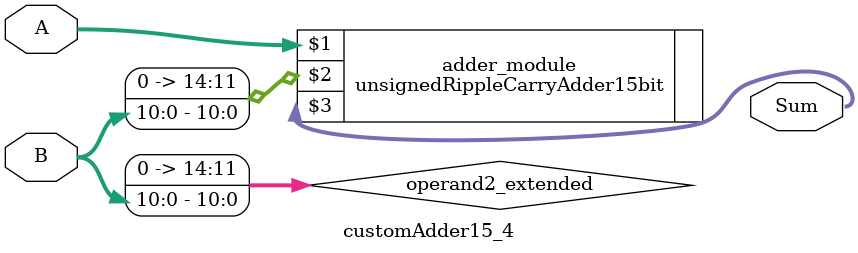
<source format=v>

module customAdder15_4(
                    input [14 : 0] A,
                    input [10 : 0] B,
                    
                    output [15 : 0] Sum
            );

    wire [14 : 0] operand2_extended;
    
    assign operand2_extended =  {4'b0, B};
    
    unsignedRippleCarryAdder15bit adder_module(
        A,
        operand2_extended,
        Sum
    );
    
endmodule
        
</source>
